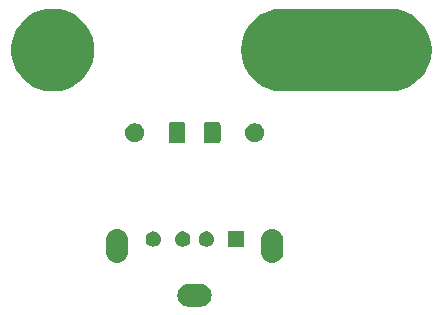
<source format=gbr>
G04 #@! TF.GenerationSoftware,KiCad,Pcbnew,(5.1.6)-1*
G04 #@! TF.CreationDate,2020-08-24T22:25:31-04:00*
G04 #@! TF.ProjectId,usbanana,75736261-6e61-46e6-912e-6b696361645f,1*
G04 #@! TF.SameCoordinates,Original*
G04 #@! TF.FileFunction,Soldermask,Top*
G04 #@! TF.FilePolarity,Negative*
%FSLAX46Y46*%
G04 Gerber Fmt 4.6, Leading zero omitted, Abs format (unit mm)*
G04 Created by KiCad (PCBNEW (5.1.6)-1) date 2020-08-24 22:25:31*
%MOMM*%
%LPD*%
G01*
G04 APERTURE LIST*
%ADD10C,0.152400*%
G04 APERTURE END LIST*
D10*
G36*
X139186232Y-113843746D02*
G01*
X139365308Y-113898068D01*
X139530345Y-113986282D01*
X139675001Y-114104999D01*
X139793718Y-114249655D01*
X139881932Y-114414692D01*
X139936254Y-114593768D01*
X139954596Y-114780000D01*
X139936254Y-114966232D01*
X139881932Y-115145308D01*
X139793718Y-115310345D01*
X139675001Y-115455001D01*
X139530345Y-115573718D01*
X139365308Y-115661932D01*
X139186232Y-115716254D01*
X139046665Y-115730000D01*
X137953335Y-115730000D01*
X137813768Y-115716254D01*
X137634692Y-115661932D01*
X137469655Y-115573718D01*
X137324999Y-115455001D01*
X137206282Y-115310345D01*
X137118068Y-115145308D01*
X137063746Y-114966232D01*
X137045404Y-114780000D01*
X137063746Y-114593768D01*
X137118068Y-114414692D01*
X137206282Y-114249655D01*
X137324999Y-114104999D01*
X137469655Y-113986282D01*
X137634692Y-113898068D01*
X137813768Y-113843746D01*
X137953335Y-113830000D01*
X139046665Y-113830000D01*
X139186232Y-113843746D01*
G37*
G36*
X132116232Y-109163746D02*
G01*
X132295308Y-109218068D01*
X132460345Y-109306282D01*
X132605001Y-109424999D01*
X132723718Y-109569655D01*
X132811932Y-109734692D01*
X132866254Y-109913768D01*
X132880000Y-110053335D01*
X132880000Y-111146665D01*
X132866254Y-111286232D01*
X132811932Y-111465308D01*
X132723718Y-111630345D01*
X132605001Y-111775001D01*
X132460345Y-111893718D01*
X132295307Y-111981932D01*
X132116231Y-112036254D01*
X131930000Y-112054596D01*
X131743768Y-112036254D01*
X131564692Y-111981932D01*
X131399655Y-111893718D01*
X131254999Y-111775001D01*
X131136282Y-111630345D01*
X131048068Y-111465307D01*
X130993746Y-111286231D01*
X130980000Y-111146664D01*
X130980001Y-110053335D01*
X130993747Y-109913768D01*
X131048069Y-109734692D01*
X131136283Y-109569655D01*
X131255000Y-109424999D01*
X131399656Y-109306282D01*
X131564693Y-109218068D01*
X131743769Y-109163746D01*
X131930000Y-109145404D01*
X132116232Y-109163746D01*
G37*
G36*
X145256231Y-109163746D02*
G01*
X145435307Y-109218068D01*
X145600345Y-109306282D01*
X145745001Y-109424999D01*
X145863718Y-109569655D01*
X145951932Y-109734692D01*
X146006254Y-109913768D01*
X146020000Y-110053335D01*
X146020000Y-111146665D01*
X146006254Y-111286232D01*
X145951932Y-111465308D01*
X145863718Y-111630345D01*
X145745001Y-111775001D01*
X145600345Y-111893718D01*
X145435308Y-111981932D01*
X145256232Y-112036254D01*
X145070000Y-112054596D01*
X144883769Y-112036254D01*
X144704693Y-111981932D01*
X144539656Y-111893718D01*
X144395000Y-111775001D01*
X144276283Y-111630345D01*
X144188069Y-111465308D01*
X144133747Y-111286232D01*
X144120001Y-111146665D01*
X144120000Y-110053336D01*
X144133746Y-109913769D01*
X144188068Y-109734693D01*
X144276282Y-109569655D01*
X144394999Y-109424999D01*
X144539655Y-109306282D01*
X144704692Y-109218068D01*
X144883768Y-109163746D01*
X145070000Y-109145404D01*
X145256231Y-109163746D01*
G37*
G36*
X142650000Y-110650000D02*
G01*
X141350000Y-110650000D01*
X141350000Y-109350000D01*
X142650000Y-109350000D01*
X142650000Y-110650000D01*
G37*
G36*
X139605879Y-109358326D02*
G01*
X139689598Y-109374979D01*
X139748744Y-109399479D01*
X139807892Y-109423978D01*
X139892943Y-109480808D01*
X139914351Y-109495112D01*
X140004888Y-109585649D01*
X140004889Y-109585651D01*
X140076022Y-109692108D01*
X140093661Y-109734693D01*
X140125021Y-109810402D01*
X140150000Y-109935981D01*
X140150000Y-110064019D01*
X140125021Y-110189598D01*
X140100521Y-110248744D01*
X140076022Y-110307892D01*
X140019192Y-110392943D01*
X140004888Y-110414351D01*
X139914351Y-110504888D01*
X139892943Y-110519192D01*
X139807892Y-110576022D01*
X139748744Y-110600522D01*
X139689598Y-110625021D01*
X139605879Y-110641674D01*
X139564020Y-110650000D01*
X139435980Y-110650000D01*
X139394121Y-110641674D01*
X139310402Y-110625021D01*
X139251256Y-110600522D01*
X139192108Y-110576022D01*
X139107057Y-110519192D01*
X139085649Y-110504888D01*
X138995112Y-110414351D01*
X138980808Y-110392943D01*
X138923978Y-110307892D01*
X138899479Y-110248744D01*
X138874979Y-110189598D01*
X138850000Y-110064019D01*
X138850000Y-109935981D01*
X138874979Y-109810402D01*
X138906339Y-109734693D01*
X138923978Y-109692108D01*
X138995111Y-109585651D01*
X138995112Y-109585649D01*
X139085649Y-109495112D01*
X139107057Y-109480808D01*
X139192108Y-109423978D01*
X139251256Y-109399478D01*
X139310402Y-109374979D01*
X139394121Y-109358326D01*
X139435980Y-109350000D01*
X139564020Y-109350000D01*
X139605879Y-109358326D01*
G37*
G36*
X137605879Y-109358326D02*
G01*
X137689598Y-109374979D01*
X137748744Y-109399479D01*
X137807892Y-109423978D01*
X137892943Y-109480808D01*
X137914351Y-109495112D01*
X138004888Y-109585649D01*
X138004889Y-109585651D01*
X138076022Y-109692108D01*
X138093661Y-109734693D01*
X138125021Y-109810402D01*
X138150000Y-109935981D01*
X138150000Y-110064019D01*
X138125021Y-110189598D01*
X138100521Y-110248744D01*
X138076022Y-110307892D01*
X138019192Y-110392943D01*
X138004888Y-110414351D01*
X137914351Y-110504888D01*
X137892943Y-110519192D01*
X137807892Y-110576022D01*
X137748744Y-110600522D01*
X137689598Y-110625021D01*
X137605879Y-110641674D01*
X137564020Y-110650000D01*
X137435980Y-110650000D01*
X137394121Y-110641674D01*
X137310402Y-110625021D01*
X137251256Y-110600522D01*
X137192108Y-110576022D01*
X137107057Y-110519192D01*
X137085649Y-110504888D01*
X136995112Y-110414351D01*
X136980808Y-110392943D01*
X136923978Y-110307892D01*
X136899479Y-110248744D01*
X136874979Y-110189598D01*
X136850000Y-110064019D01*
X136850000Y-109935981D01*
X136874979Y-109810402D01*
X136906339Y-109734693D01*
X136923978Y-109692108D01*
X136995111Y-109585651D01*
X136995112Y-109585649D01*
X137085649Y-109495112D01*
X137107057Y-109480808D01*
X137192108Y-109423978D01*
X137251256Y-109399478D01*
X137310402Y-109374979D01*
X137394121Y-109358326D01*
X137435980Y-109350000D01*
X137564020Y-109350000D01*
X137605879Y-109358326D01*
G37*
G36*
X135105879Y-109358326D02*
G01*
X135189598Y-109374979D01*
X135248744Y-109399479D01*
X135307892Y-109423978D01*
X135392943Y-109480808D01*
X135414351Y-109495112D01*
X135504888Y-109585649D01*
X135504889Y-109585651D01*
X135576022Y-109692108D01*
X135593661Y-109734693D01*
X135625021Y-109810402D01*
X135650000Y-109935981D01*
X135650000Y-110064019D01*
X135625021Y-110189598D01*
X135600521Y-110248744D01*
X135576022Y-110307892D01*
X135519192Y-110392943D01*
X135504888Y-110414351D01*
X135414351Y-110504888D01*
X135392943Y-110519192D01*
X135307892Y-110576022D01*
X135248744Y-110600522D01*
X135189598Y-110625021D01*
X135105879Y-110641674D01*
X135064020Y-110650000D01*
X134935980Y-110650000D01*
X134894121Y-110641674D01*
X134810402Y-110625021D01*
X134751256Y-110600522D01*
X134692108Y-110576022D01*
X134607057Y-110519192D01*
X134585649Y-110504888D01*
X134495112Y-110414351D01*
X134480808Y-110392943D01*
X134423978Y-110307892D01*
X134399479Y-110248744D01*
X134374979Y-110189598D01*
X134350000Y-110064019D01*
X134350000Y-109935981D01*
X134374979Y-109810402D01*
X134406339Y-109734693D01*
X134423978Y-109692108D01*
X134495111Y-109585651D01*
X134495112Y-109585649D01*
X134585649Y-109495112D01*
X134607057Y-109480808D01*
X134692108Y-109423978D01*
X134751256Y-109399478D01*
X134810402Y-109374979D01*
X134894121Y-109358326D01*
X134935980Y-109350000D01*
X135064020Y-109350000D01*
X135105879Y-109358326D01*
G37*
G36*
X137555065Y-100129340D02*
G01*
X137594600Y-100141333D01*
X137631041Y-100160811D01*
X137662979Y-100187021D01*
X137689189Y-100218959D01*
X137708667Y-100255400D01*
X137720660Y-100294935D01*
X137725000Y-100339000D01*
X137725000Y-101661000D01*
X137720660Y-101705065D01*
X137708667Y-101744600D01*
X137689189Y-101781041D01*
X137662979Y-101812979D01*
X137631041Y-101839189D01*
X137594600Y-101858667D01*
X137555065Y-101870660D01*
X137511000Y-101875000D01*
X136514000Y-101875000D01*
X136469935Y-101870660D01*
X136430400Y-101858667D01*
X136393959Y-101839189D01*
X136362021Y-101812979D01*
X136335811Y-101781041D01*
X136316333Y-101744600D01*
X136304340Y-101705065D01*
X136300000Y-101661000D01*
X136300000Y-100339000D01*
X136304340Y-100294935D01*
X136316333Y-100255400D01*
X136335811Y-100218959D01*
X136362021Y-100187021D01*
X136393959Y-100160811D01*
X136430400Y-100141333D01*
X136469935Y-100129340D01*
X136514000Y-100125000D01*
X137511000Y-100125000D01*
X137555065Y-100129340D01*
G37*
G36*
X140530065Y-100129340D02*
G01*
X140569600Y-100141333D01*
X140606041Y-100160811D01*
X140637979Y-100187021D01*
X140664189Y-100218959D01*
X140683667Y-100255400D01*
X140695660Y-100294935D01*
X140700000Y-100339000D01*
X140700000Y-101661000D01*
X140695660Y-101705065D01*
X140683667Y-101744600D01*
X140664189Y-101781041D01*
X140637979Y-101812979D01*
X140606041Y-101839189D01*
X140569600Y-101858667D01*
X140530065Y-101870660D01*
X140486000Y-101875000D01*
X139489000Y-101875000D01*
X139444935Y-101870660D01*
X139405400Y-101858667D01*
X139368959Y-101839189D01*
X139337021Y-101812979D01*
X139310811Y-101781041D01*
X139291333Y-101744600D01*
X139279340Y-101705065D01*
X139275000Y-101661000D01*
X139275000Y-100339000D01*
X139279340Y-100294935D01*
X139291333Y-100255400D01*
X139310811Y-100218959D01*
X139337021Y-100187021D01*
X139368959Y-100160811D01*
X139405400Y-100141333D01*
X139444935Y-100129340D01*
X139489000Y-100125000D01*
X140486000Y-100125000D01*
X140530065Y-100129340D01*
G37*
G36*
X133550312Y-100210248D02*
G01*
X133653351Y-100230743D01*
X133798942Y-100291049D01*
X133929970Y-100378599D01*
X134041401Y-100490030D01*
X134128951Y-100621058D01*
X134189257Y-100766649D01*
X134220000Y-100921207D01*
X134220000Y-101078793D01*
X134189257Y-101233351D01*
X134128951Y-101378942D01*
X134041401Y-101509970D01*
X133929970Y-101621401D01*
X133798942Y-101708951D01*
X133653351Y-101769257D01*
X133550312Y-101789752D01*
X133498794Y-101800000D01*
X133341206Y-101800000D01*
X133289688Y-101789752D01*
X133186649Y-101769257D01*
X133041058Y-101708951D01*
X132910030Y-101621401D01*
X132798599Y-101509970D01*
X132711049Y-101378942D01*
X132650743Y-101233351D01*
X132620000Y-101078793D01*
X132620000Y-100921207D01*
X132650743Y-100766649D01*
X132711049Y-100621058D01*
X132798599Y-100490030D01*
X132910030Y-100378599D01*
X133041058Y-100291049D01*
X133186649Y-100230743D01*
X133289688Y-100210248D01*
X133341206Y-100200000D01*
X133498794Y-100200000D01*
X133550312Y-100210248D01*
G37*
G36*
X143710312Y-100210248D02*
G01*
X143813351Y-100230743D01*
X143958942Y-100291049D01*
X144089970Y-100378599D01*
X144201401Y-100490030D01*
X144288951Y-100621058D01*
X144349257Y-100766649D01*
X144380000Y-100921207D01*
X144380000Y-101078793D01*
X144349257Y-101233351D01*
X144288951Y-101378942D01*
X144201401Y-101509970D01*
X144089970Y-101621401D01*
X143958942Y-101708951D01*
X143813351Y-101769257D01*
X143710312Y-101789752D01*
X143658794Y-101800000D01*
X143501206Y-101800000D01*
X143449688Y-101789752D01*
X143346649Y-101769257D01*
X143201058Y-101708951D01*
X143070030Y-101621401D01*
X142958599Y-101509970D01*
X142871049Y-101378942D01*
X142810743Y-101233351D01*
X142780000Y-101078793D01*
X142780000Y-100921207D01*
X142810743Y-100766649D01*
X142871049Y-100621058D01*
X142958599Y-100490030D01*
X143070030Y-100378599D01*
X143201058Y-100291049D01*
X143346649Y-100230743D01*
X143449688Y-100210248D01*
X143501206Y-100200000D01*
X143658794Y-100200000D01*
X143710312Y-100210248D01*
G37*
G36*
X127070117Y-90544834D02*
G01*
X127520912Y-90634503D01*
X128157872Y-90898340D01*
X128157874Y-90898341D01*
X128423421Y-91075774D01*
X128731120Y-91281372D01*
X129218628Y-91768880D01*
X129601660Y-92342128D01*
X129865497Y-92979088D01*
X130000000Y-93655280D01*
X130000000Y-94344720D01*
X129865497Y-95020912D01*
X129601660Y-95657872D01*
X129218628Y-96231120D01*
X128731120Y-96718628D01*
X128444496Y-96910144D01*
X128157874Y-97101659D01*
X128157873Y-97101660D01*
X128157872Y-97101660D01*
X127520912Y-97365497D01*
X127099314Y-97449358D01*
X126844721Y-97500000D01*
X126155279Y-97500000D01*
X125900686Y-97449358D01*
X125479088Y-97365497D01*
X124842128Y-97101660D01*
X124842127Y-97101660D01*
X124842126Y-97101659D01*
X124555504Y-96910144D01*
X124268880Y-96718628D01*
X123781372Y-96231120D01*
X123398340Y-95657872D01*
X123134503Y-95020912D01*
X123000000Y-94344720D01*
X123000000Y-93655280D01*
X123134503Y-92979088D01*
X123398340Y-92342128D01*
X123781372Y-91768880D01*
X124268880Y-91281372D01*
X124576579Y-91075774D01*
X124842126Y-90898341D01*
X124842128Y-90898340D01*
X125479088Y-90634503D01*
X125929883Y-90544834D01*
X126155279Y-90500000D01*
X126844721Y-90500000D01*
X127070117Y-90544834D01*
G37*
G36*
X155479032Y-90525321D02*
G01*
X155736122Y-90550642D01*
X156395873Y-90750776D01*
X157003904Y-91075775D01*
X157536849Y-91513151D01*
X157974225Y-92046096D01*
X158132456Y-92342126D01*
X158299224Y-92654127D01*
X158499358Y-93313878D01*
X158566935Y-94000000D01*
X158499358Y-94686122D01*
X158397801Y-95020910D01*
X158299224Y-95345873D01*
X157974225Y-95953904D01*
X157536849Y-96486849D01*
X157003904Y-96924225D01*
X156671946Y-97101660D01*
X156395873Y-97249224D01*
X155736122Y-97449358D01*
X155479032Y-97474679D01*
X155221944Y-97500000D01*
X145778056Y-97500000D01*
X145520968Y-97474679D01*
X145263878Y-97449358D01*
X144604127Y-97249224D01*
X144328054Y-97101660D01*
X143996096Y-96924225D01*
X143463151Y-96486849D01*
X143025775Y-95953904D01*
X142700776Y-95345873D01*
X142602199Y-95020910D01*
X142500642Y-94686122D01*
X142433065Y-94000000D01*
X142500642Y-93313878D01*
X142700776Y-92654127D01*
X142867544Y-92342126D01*
X143025775Y-92046096D01*
X143463151Y-91513151D01*
X143996096Y-91075775D01*
X144604127Y-90750776D01*
X145263878Y-90550642D01*
X145520968Y-90525321D01*
X145778056Y-90500000D01*
X155221944Y-90500000D01*
X155479032Y-90525321D01*
G37*
M02*

</source>
